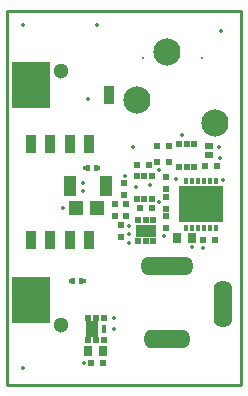
<source format=gts>
%FSLAX25Y25*%
%MOIN*%
G70*
G01*
G75*
G04 Layer_Color=16711935*
%ADD10R,0.05500X0.08000*%
%ADD11R,0.12000X0.15000*%
%ADD12R,0.01500X0.02000*%
%ADD13R,0.02000X0.01500*%
%ADD14R,0.01575X0.01969*%
%ADD15R,0.02500X0.03000*%
%ADD16R,0.02000X0.02000*%
%ADD17R,0.00984X0.01969*%
%ADD18R,0.04331X0.04724*%
%ADD19R,0.03937X0.06299*%
%ADD20R,0.01575X0.01850*%
%ADD21R,0.06693X0.03740*%
%ADD22R,0.01575X0.01850*%
%ADD23R,0.01181X0.02598*%
%ADD24R,0.01575X0.01929*%
%ADD25R,0.01181X0.01929*%
%ADD26R,0.14961X0.12047*%
%ADD27R,0.02756X0.01575*%
%ADD28C,0.02000*%
%ADD29C,0.02500*%
%ADD30C,0.01000*%
%ADD31C,0.01500*%
%ADD32C,0.00800*%
%ADD33C,0.04000*%
%ADD34C,0.00700*%
%ADD35C,0.00500*%
%ADD36C,0.00600*%
%ADD37C,0.01200*%
%ADD38R,0.01969X0.00787*%
%ADD39R,0.04134X0.05512*%
%ADD40C,0.08268*%
%ADD41O,0.17716X0.06299*%
%ADD42O,0.06299X0.15748*%
%ADD43O,0.15748X0.06299*%
%ADD44C,0.02000*%
%ADD45C,0.05000*%
%ADD46C,0.04000*%
%ADD47C,0.00394*%
%ADD48C,0.00591*%
%ADD49R,0.01673X0.01673*%
%ADD50R,0.06693X0.05118*%
%ADD51R,0.06093X0.03140*%
%ADD52R,0.01378X0.01654*%
%ADD53R,0.00984X0.02402*%
%ADD54R,0.02362X0.01181*%
%ADD55R,0.03500X0.06000*%
%ADD56R,0.12787X0.15787*%
%ADD57R,0.01900X0.02400*%
%ADD58R,0.02400X0.01900*%
%ADD59R,0.01975X0.02369*%
%ADD60R,0.02900X0.03400*%
%ADD61R,0.02400X0.02400*%
%ADD62R,0.01378X0.02362*%
%ADD63R,0.04731X0.05124*%
%ADD64R,0.04337X0.06699*%
%ADD65R,0.01975X0.02250*%
%ADD66R,0.07093X0.04140*%
%ADD67R,0.02135X0.02410*%
%ADD68R,0.01741X0.03158*%
%ADD69R,0.01775X0.02129*%
%ADD70R,0.01381X0.02129*%
%ADD71R,0.15161X0.12247*%
%ADD72R,0.03150X0.01969*%
%ADD73R,0.02362X0.01181*%
%ADD74C,0.05118*%
%ADD75C,0.00800*%
%ADD76C,0.09068*%
%ADD77C,0.01400*%
%ADD78C,0.05800*%
D30*
X0Y0D02*
Y124700D01*
X77900D01*
Y0D02*
Y124700D01*
X0Y0D02*
X77900D01*
D39*
X28220Y18608D02*
D03*
D41*
X53200Y39709D02*
D03*
D42*
X71704Y27111D02*
D03*
D43*
X53200Y15300D02*
D03*
D55*
X20800Y48200D02*
D03*
X27300Y80200D02*
D03*
X7800D02*
D03*
X14300D02*
D03*
X33800Y96700D02*
D03*
X20800Y80200D02*
D03*
X7800Y48200D02*
D03*
X14300D02*
D03*
X27300D02*
D03*
D56*
X7800Y100100D02*
D03*
Y28300D02*
D03*
D57*
X44200Y59000D02*
D03*
X48200D02*
D03*
X66000Y73100D02*
D03*
X70000D02*
D03*
X49800Y79800D02*
D03*
X53800D02*
D03*
Y74200D02*
D03*
X49800D02*
D03*
X47100Y73300D02*
D03*
X43100D02*
D03*
X69300Y48200D02*
D03*
X65300D02*
D03*
X28000Y7407D02*
D03*
X32000D02*
D03*
D58*
X53000Y65300D02*
D03*
Y69300D02*
D03*
Y58800D02*
D03*
Y62800D02*
D03*
Y52500D02*
D03*
Y56500D02*
D03*
X38700Y63200D02*
D03*
Y67200D02*
D03*
X35700Y60300D02*
D03*
Y56300D02*
D03*
D59*
X59700Y80240D02*
D03*
X57141D02*
D03*
X62259D02*
D03*
X57141Y72760D02*
D03*
X59700D02*
D03*
X62259D02*
D03*
X45600Y62160D02*
D03*
X48159D02*
D03*
X43041D02*
D03*
X48159Y69640D02*
D03*
X45600D02*
D03*
X43041D02*
D03*
D60*
X56600Y49000D02*
D03*
X61600D02*
D03*
X32000Y11507D02*
D03*
X27000D02*
D03*
D61*
X39600Y60300D02*
D03*
Y56300D02*
D03*
X37700Y53500D02*
D03*
Y49500D02*
D03*
D62*
X29379Y72200D02*
D03*
X26820D02*
D03*
X24579Y34600D02*
D03*
X22020D02*
D03*
D63*
X29843Y59100D02*
D03*
X22757D02*
D03*
D64*
X20895Y66200D02*
D03*
X32706D02*
D03*
D65*
X48659Y47898D02*
D03*
X46100D02*
D03*
X43541D02*
D03*
X46100Y55102D02*
D03*
X43541D02*
D03*
X48659D02*
D03*
D66*
X46100Y51500D02*
D03*
D67*
X32059Y22200D02*
D03*
X29500D02*
D03*
X32059Y15015D02*
D03*
X29500Y15013D02*
D03*
X26941Y22200D02*
D03*
Y15013D02*
D03*
D68*
X32059Y18608D02*
D03*
D69*
X59679Y52483D02*
D03*
D70*
X61647D02*
D03*
X63616D02*
D03*
X65584D02*
D03*
X67553D02*
D03*
X69521D02*
D03*
Y67877D02*
D03*
X67553D02*
D03*
X65584D02*
D03*
X63616D02*
D03*
X61647D02*
D03*
X59679D02*
D03*
D71*
X64600Y60200D02*
D03*
D72*
X67300Y79578D02*
D03*
Y76822D02*
D03*
D73*
X29871Y72200D02*
D03*
X26329D02*
D03*
X25071Y34600D02*
D03*
X21529D02*
D03*
D74*
X17717Y104685D02*
D03*
Y20039D02*
D03*
D75*
X45326Y108952D02*
D03*
X65011D02*
D03*
D76*
X69342Y87298D02*
D03*
X43358Y95172D02*
D03*
X53200Y110921D02*
D03*
D77*
X18400Y59100D02*
D03*
X25200Y64800D02*
D03*
Y67500D02*
D03*
X41800Y79300D02*
D03*
X52100Y49600D02*
D03*
X50500Y71600D02*
D03*
X40500Y53000D02*
D03*
Y50200D02*
D03*
Y47450D02*
D03*
X65300Y45700D02*
D03*
X61600Y46000D02*
D03*
X71900Y68500D02*
D03*
X50500Y60900D02*
D03*
X47500Y66600D02*
D03*
X5300Y119900D02*
D03*
X30000D02*
D03*
X5300Y5600D02*
D03*
X27000Y95200D02*
D03*
X71100Y118000D02*
D03*
X56200Y68700D02*
D03*
X43000Y66100D02*
D03*
X71000Y75600D02*
D03*
X70400Y79500D02*
D03*
X58200Y83400D02*
D03*
X35500Y22200D02*
D03*
Y18800D02*
D03*
X25600Y7400D02*
D03*
X39300Y69700D02*
D03*
D78*
X7500Y103600D02*
D03*
Y96100D02*
D03*
Y32200D02*
D03*
Y24700D02*
D03*
M02*

</source>
